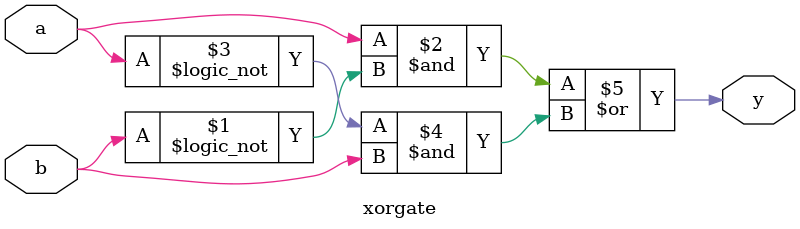
<source format=v>
module xorgate(a,b,y);
input a,b;
output y;
assign y = (a&!b)|(!a&b);
endmodule

</source>
